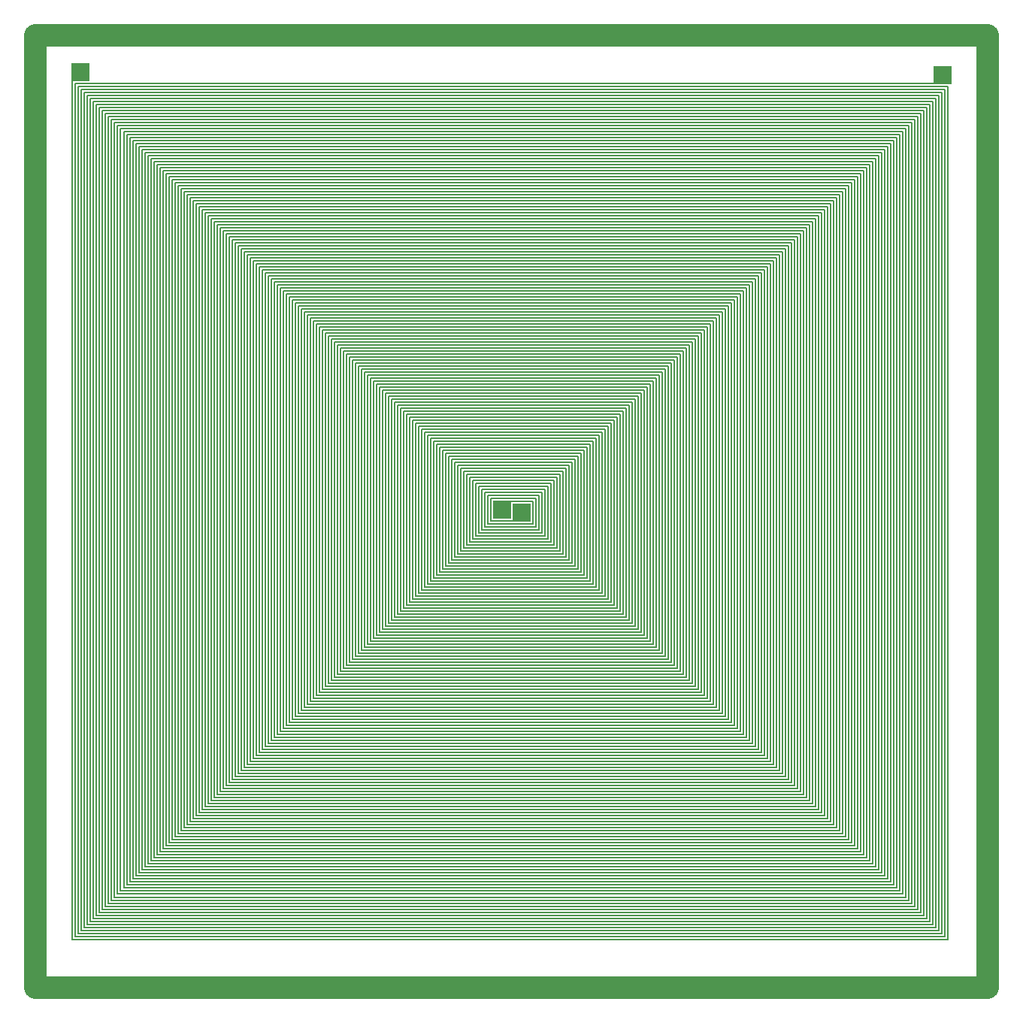
<source format=gbr>
G04 start of page 2 for group 0 idx 0 *
G04 Title: (unknown), component *
G04 Creator: pcb 1.99y *
G04 CreationDate: Mon Mar  9 18:38:32 2009 UTC *
G04 For: dj *
G04 Format: Gerber/RS-274X *
G04 PCB-Dimensions: 432216 432216 *
G04 PCB-Coordinate-Origin: lower left *
%MOIN*%
%FSLAX25Y25*%
%LNFRONT*%
%ADD11C,0.0067*%
%ADD12C,0.1000*%
%ADD13C,0.0200*%
%ADD14C,0.0300*%
G54D11*X204106Y209107D02*X226776D01*
X202772Y207773D02*X228110D01*
X201438Y206439D02*X229444D01*
X226776Y209107D02*Y221776D01*
X228110Y207773D02*Y223110D01*
X229444Y206439D02*Y224444D01*
X230778Y205105D02*Y225778D01*
X232112Y203771D02*Y227112D01*
X233446Y202437D02*Y228446D01*
X200104Y205105D02*X230778D01*
X198770Y203771D02*X232112D01*
X197436Y202437D02*X233446D01*
X196102Y201103D02*X234780D01*
X206774Y211775D02*Y221776D01*
X208108Y220442D02*X225442D01*
X205440Y210441D02*Y223110D01*
X206774Y221776D02*X226776D01*
X206774Y211775D02*X224108D01*
Y219108D01*
X205440Y210441D02*X225442D01*
Y220442D01*
X234780Y201103D02*Y229780D01*
X194768Y199769D02*X236114D01*
Y231114D01*
X193434Y198435D02*X237448D01*
Y232448D01*
X238782Y197101D02*Y233782D01*
X240116Y195767D02*Y235116D01*
X241450Y194433D02*Y236450D01*
X242784Y193099D02*Y237784D01*
X244118Y191765D02*Y239118D01*
X245452Y190431D02*Y240452D01*
X246786Y189097D02*Y241786D01*
X248120Y187763D02*Y243120D01*
X249454Y186429D02*Y244454D01*
X192100Y197101D02*X238782D01*
X190766Y195767D02*X240116D01*
X189432Y194433D02*X241450D01*
X188098Y193099D02*X242784D01*
X186764Y191765D02*X244118D01*
X185430Y190431D02*X245452D01*
X184096Y189097D02*X246786D01*
X182762Y187763D02*X248120D01*
X181428Y186429D02*X249454D01*
X180094Y185095D02*X250788D01*
X178760Y183761D02*X252122D01*
X177426Y182427D02*X253456D01*
X176092Y181093D02*X254790D01*
X174758Y179759D02*X256124D01*
X173424Y178425D02*X257458D01*
X172090Y177091D02*X258792D01*
X170756Y175757D02*X260126D01*
X169422Y174423D02*X261460D01*
X168088Y173089D02*X262794D01*
X166754Y171755D02*X264128D01*
X165420Y170421D02*X265462D01*
X164086Y169087D02*X266796D01*
X162752Y167753D02*X268130D01*
X161418Y166419D02*X269464D01*
X160084Y165085D02*X270798D01*
X158750Y163751D02*X272132D01*
X157416Y162417D02*X273466D01*
X156082Y161083D02*X274800D01*
X154748Y159749D02*X276134D01*
X153414Y158415D02*X277468D01*
X152080Y157081D02*X278802D01*
X150746Y155747D02*X280136D01*
X149412Y154413D02*X281470D01*
X148078Y153079D02*X282804D01*
X146744Y151745D02*X284138D01*
X145410Y150411D02*X285472D01*
X144076Y149077D02*X286806D01*
X142742Y147743D02*X288140D01*
X141408Y146409D02*X289474D01*
X140074Y145075D02*X290808D01*
X138740Y143741D02*X292142D01*
X137406Y142407D02*X293476D01*
X136072Y141073D02*X294810D01*
X134738Y139739D02*X296144D01*
X133404Y138405D02*X297478D01*
X132070Y137071D02*X298812D01*
X130736Y135737D02*X300146D01*
X129402Y134403D02*X301480D01*
X128068Y133069D02*X302814D01*
X250788Y185095D02*Y245788D01*
X252122Y183761D02*Y247122D01*
X253456Y182427D02*Y248456D01*
X254790Y181093D02*Y249790D01*
X256124Y179759D02*Y251124D01*
X257458Y178425D02*Y252458D01*
X258792Y177091D02*Y253792D01*
X260126Y175757D02*Y255126D01*
X261460Y174423D02*Y256460D01*
X262794Y173089D02*Y257794D01*
X264128Y171755D02*Y259128D01*
X265462Y170421D02*Y260462D01*
X266796Y169087D02*Y261796D01*
X268130Y167753D02*Y263130D01*
X269464Y166419D02*Y264464D01*
X270798Y165085D02*Y265798D01*
X272132Y163751D02*Y267132D01*
X273466Y162417D02*Y268466D01*
X274800Y161083D02*Y269800D01*
X276134Y159749D02*Y271134D01*
X277468Y158415D02*Y272468D01*
X278802Y157081D02*Y273802D01*
X280136Y155747D02*Y275136D01*
X281470Y154413D02*Y276470D01*
X282804Y153079D02*Y277804D01*
X284138Y151745D02*Y279138D01*
X285472Y150411D02*Y280472D01*
X286806Y149077D02*Y281806D01*
X288140Y147743D02*Y283140D01*
X289474Y146409D02*Y284474D01*
X290808Y145075D02*Y285808D01*
X292142Y143741D02*Y287142D01*
X293476Y142407D02*Y288476D01*
X294810Y141073D02*Y289810D01*
X296144Y139739D02*Y291144D01*
X297478Y138405D02*Y292478D01*
X298812Y137071D02*Y293812D01*
X300146Y135737D02*Y295146D01*
X301480Y134403D02*Y296480D01*
X197436Y231114D02*X236114D01*
X126734Y131735D02*X304148D01*
X125400Y130401D02*X305482D01*
X124066Y129067D02*X306816D01*
X122732Y127733D02*X308150D01*
X121398Y126399D02*X309484D01*
X120064Y125065D02*X310818D01*
X118730Y123731D02*X312152D01*
X117396Y122397D02*X313486D01*
X116062Y121063D02*X314820D01*
X114728Y119729D02*X316154D01*
X113394Y118395D02*X317488D01*
X112060Y117061D02*X318822D01*
X110726Y115727D02*X320156D01*
X109392Y114393D02*X321490D01*
X108058Y113059D02*X322824D01*
X106724Y111725D02*X324158D01*
X105390Y110391D02*X325492D01*
X104056Y109057D02*X326826D01*
X102722Y107723D02*X328160D01*
X101388Y106389D02*X329494D01*
X100054Y105055D02*X330828D01*
X98720Y103721D02*X332162D01*
X97386Y102387D02*X333496D01*
X96052Y101053D02*X334830D01*
X205440Y223110D02*X228110D01*
X204106Y224444D02*X229444D01*
X202772Y225778D02*X230778D01*
X201438Y227112D02*X232112D01*
X200104Y228446D02*X233446D01*
X198770Y229780D02*X234780D01*
X196102Y232448D02*X237448D01*
X194768Y233782D02*X238782D01*
X193434Y235116D02*X240116D01*
X192100Y236450D02*X241450D01*
X190766Y237784D02*X242784D01*
X189432Y239118D02*X244118D01*
X188098Y240452D02*X245452D01*
X186764Y241786D02*X246786D01*
X185430Y243120D02*X248120D01*
X184096Y244454D02*X249454D01*
X182762Y245788D02*X250788D01*
X181428Y247122D02*X252122D01*
X180094Y248456D02*X253456D01*
X302814Y133069D02*Y297814D01*
X304148Y131735D02*Y299148D01*
X305482Y130401D02*Y300482D01*
X306816Y129067D02*Y301816D01*
X308150Y127733D02*Y303150D01*
X309484Y126399D02*Y304484D01*
X310818Y125065D02*Y305818D01*
X312152Y123731D02*Y307152D01*
X313486Y122397D02*Y308486D01*
X314820Y121063D02*Y309820D01*
X316154Y119729D02*Y311154D01*
X317488Y118395D02*Y312488D01*
X318822Y117061D02*Y313822D01*
X320156Y115727D02*Y315156D01*
X321490Y114393D02*Y316490D01*
X322824Y113059D02*Y317824D01*
X324158Y111725D02*Y319158D01*
X325492Y110391D02*Y320492D01*
X326826Y109057D02*Y321826D01*
X328160Y107723D02*Y323160D01*
X329494Y106389D02*Y324494D01*
X330828Y105055D02*Y325828D01*
X332162Y103721D02*Y327162D01*
X333496Y102387D02*Y328496D01*
X334830Y101053D02*Y329830D01*
X336164Y99719D02*Y331164D01*
X337498Y98385D02*Y332498D01*
X338832Y97051D02*Y333832D01*
X340166Y95717D02*Y335166D01*
X341500Y94383D02*Y336500D01*
X342834Y93049D02*Y337834D01*
X344168Y91715D02*Y339168D01*
X345502Y90381D02*Y340502D01*
X346836Y89047D02*Y341836D01*
X348170Y87713D02*Y343170D01*
X349504Y86379D02*Y344504D01*
X350838Y85045D02*Y345838D01*
X352172Y83711D02*Y347172D01*
X353506Y82377D02*Y348506D01*
X354840Y81043D02*Y349840D01*
X356174Y79709D02*Y351174D01*
X357508Y78375D02*Y352508D01*
X358842Y77041D02*Y353842D01*
X360176Y75707D02*Y355176D01*
X361510Y74373D02*Y356510D01*
X362844Y73039D02*Y357844D01*
X192100Y197101D02*Y236450D01*
X190766Y195767D02*Y237784D01*
X189432Y194433D02*Y239118D01*
X188098Y193099D02*Y240452D01*
X186764Y191765D02*Y241786D01*
X185430Y190431D02*Y243120D01*
X184096Y189097D02*Y244454D01*
X182762Y187763D02*Y245788D01*
X181428Y186429D02*Y247122D01*
X180094Y185095D02*Y248456D01*
X178760Y183761D02*Y249790D01*
X177426Y182427D02*Y251124D01*
X176092Y181093D02*Y252458D01*
X204106Y209107D02*Y224444D01*
X202772Y207773D02*Y225778D01*
X201438Y206439D02*Y227112D01*
X200104Y205105D02*Y228446D01*
X198770Y203771D02*Y229780D01*
X197436Y202437D02*Y231114D01*
X196102Y201103D02*Y232448D01*
X194768Y199769D02*Y233782D01*
X193434Y198435D02*Y235116D01*
X94718Y99719D02*X336164D01*
X93384Y98385D02*X337498D01*
X92050Y97051D02*X338832D01*
X90716Y95717D02*X340166D01*
X89382Y94383D02*X341500D01*
X88048Y93049D02*X342834D01*
X86714Y91715D02*X344168D01*
X85380Y90381D02*X345502D01*
X84046Y89047D02*X346836D01*
X82712Y87713D02*X348170D01*
X81378Y86379D02*X349504D01*
X80044Y85045D02*X350838D01*
X78710Y83711D02*X352172D01*
X77376Y82377D02*X353506D01*
X76042Y81043D02*X354840D01*
X74708Y79709D02*X356174D01*
X73374Y78375D02*X357508D01*
X72040Y77041D02*X358842D01*
X70706Y75707D02*X360176D01*
X69372Y74373D02*X361510D01*
X68038Y73039D02*X362844D01*
X66704Y71705D02*X364178D01*
X65370Y70371D02*X365512D01*
X64036Y69037D02*X366846D01*
X62702Y67703D02*X368180D01*
X61368Y66369D02*X369514D01*
X60034Y65035D02*X370848D01*
X58700Y63701D02*X372182D01*
X57366Y62367D02*X373516D01*
X56032Y61033D02*X374850D01*
X54698Y59699D02*X376184D01*
X53364Y58365D02*X377518D01*
X52030Y57031D02*X378852D01*
X50696Y55697D02*X380186D01*
X49362Y54363D02*X381520D01*
X48028Y53029D02*X382854D01*
X46694Y51695D02*X384188D01*
X45360Y50361D02*X385522D01*
X44026Y49027D02*X386856D01*
X42692Y47693D02*X388190D01*
X41358Y46359D02*X389524D01*
X40024Y45025D02*X390858D01*
X38690Y43691D02*X392192D01*
X174758Y179759D02*Y253792D01*
X173424Y178425D02*Y255126D01*
X172090Y177091D02*Y256460D01*
X170756Y175757D02*Y257794D01*
X169422Y174423D02*Y259128D01*
X168088Y173089D02*Y260462D01*
X166754Y171755D02*Y261796D01*
X165420Y170421D02*Y263130D01*
X164086Y169087D02*Y264464D01*
X162752Y167753D02*Y265798D01*
X161418Y166419D02*Y267132D01*
X160084Y165085D02*Y268466D01*
X158750Y163751D02*Y269800D01*
X157416Y162417D02*Y271134D01*
X156082Y161083D02*Y272468D01*
X154748Y159749D02*Y273802D01*
X153414Y158415D02*Y275136D01*
X152080Y157081D02*Y276470D01*
X150746Y155747D02*Y277804D01*
X149412Y154413D02*Y279138D01*
X148078Y153079D02*Y280472D01*
X146744Y151745D02*Y281806D01*
X145410Y150411D02*Y283140D01*
X144076Y149077D02*Y284474D01*
X142742Y147743D02*Y285808D01*
X141408Y146409D02*Y287142D01*
X140074Y145075D02*Y288476D01*
X138740Y143741D02*Y289810D01*
X137406Y142407D02*Y291144D01*
X136072Y141073D02*Y292478D01*
X134738Y139739D02*Y293812D01*
X133404Y138405D02*Y295146D01*
X132070Y137071D02*Y296480D01*
X130736Y135737D02*Y297814D01*
X129402Y134403D02*Y299148D01*
X128068Y133069D02*Y300482D01*
X126734Y131735D02*Y301816D01*
X125400Y130401D02*Y303150D01*
X124066Y129067D02*Y304484D01*
X122732Y127733D02*Y305818D01*
X121398Y126399D02*Y307152D01*
X120064Y125065D02*Y308486D01*
X118730Y123731D02*Y309820D01*
X117396Y122397D02*Y311154D01*
X116062Y121063D02*Y312488D01*
X114728Y119729D02*Y313822D01*
X113394Y118395D02*Y315156D01*
X112060Y117061D02*Y316490D01*
X110726Y115727D02*Y317824D01*
X109392Y114393D02*Y319158D01*
X108058Y113059D02*Y320492D01*
X106724Y111725D02*Y321826D01*
X105390Y110391D02*Y323160D01*
X104056Y109057D02*Y324494D01*
X102722Y107723D02*Y325828D01*
X101388Y106389D02*Y327162D01*
X100054Y105055D02*Y328496D01*
X98720Y103721D02*Y329830D01*
X97386Y102387D02*Y331164D01*
X96052Y101053D02*Y332498D01*
X94718Y99719D02*Y333832D01*
X93384Y98385D02*Y335166D01*
X92050Y97051D02*Y336500D01*
X90716Y95717D02*Y337834D01*
X89382Y94383D02*Y339168D01*
X88048Y93049D02*Y340502D01*
X86714Y91715D02*Y341836D01*
X85380Y90381D02*Y343170D01*
X84046Y89047D02*Y344504D01*
X82712Y87713D02*Y345838D01*
X81378Y86379D02*Y347172D01*
X80044Y85045D02*Y348506D01*
X78710Y83711D02*Y349840D01*
X77376Y82377D02*Y351174D01*
X76042Y81043D02*Y352508D01*
X74708Y79709D02*Y353842D01*
X73374Y78375D02*Y355176D01*
X72040Y77041D02*Y356510D01*
X70706Y75707D02*Y357844D01*
X69372Y74373D02*Y359178D01*
X68038Y73039D02*Y360512D01*
X66704Y71705D02*Y361846D01*
X65370Y70371D02*Y363180D01*
X64036Y69037D02*Y364514D01*
X62702Y67703D02*Y365848D01*
X61368Y66369D02*Y367182D01*
X60034Y65035D02*Y368516D01*
X58700Y63701D02*Y369850D01*
X57366Y62367D02*Y371184D01*
X56032Y61033D02*Y372518D01*
X54698Y59699D02*Y373852D01*
X53364Y58365D02*Y375186D01*
X52030Y57031D02*Y376520D01*
X50696Y55697D02*Y377854D01*
X49362Y54363D02*Y379188D01*
X48028Y53029D02*Y380522D01*
X46694Y51695D02*Y381856D01*
X45360Y50361D02*Y383190D01*
X44026Y49027D02*Y384524D01*
X42692Y47693D02*Y385858D01*
X41358Y46359D02*Y387192D01*
X40024Y45025D02*Y388526D01*
X38690Y43691D02*Y389860D01*
X148078Y280472D02*X285472D01*
X146744Y281806D02*X286806D01*
X145410Y283140D02*X288140D01*
X144076Y284474D02*X289474D01*
X142742Y285808D02*X290808D01*
X141408Y287142D02*X292142D01*
X140074Y288476D02*X293476D01*
X138740Y289810D02*X294810D01*
X137406Y291144D02*X296144D01*
X136072Y292478D02*X297478D01*
X134738Y293812D02*X298812D01*
X133404Y295146D02*X300146D01*
X132070Y296480D02*X301480D01*
X130736Y297814D02*X302814D01*
X129402Y299148D02*X304148D01*
X128068Y300482D02*X305482D01*
X126734Y301816D02*X306816D01*
X125400Y303150D02*X308150D01*
X124066Y304484D02*X309484D01*
X122732Y305818D02*X310818D01*
X121398Y307152D02*X312152D01*
X120064Y308486D02*X313486D01*
X118730Y309820D02*X314820D01*
X117396Y311154D02*X316154D01*
X116062Y312488D02*X317488D01*
X114728Y313822D02*X318822D01*
X113394Y315156D02*X320156D01*
X112060Y316490D02*X321490D01*
X110726Y317824D02*X322824D01*
X109392Y319158D02*X324158D01*
X108058Y320492D02*X325492D01*
X106724Y321826D02*X326826D01*
X105390Y323160D02*X328160D01*
X104056Y324494D02*X329494D01*
X102722Y325828D02*X330828D01*
X101388Y327162D02*X332162D01*
X100054Y328496D02*X333496D01*
X98720Y329830D02*X334830D01*
X97386Y331164D02*X336164D01*
X96052Y332498D02*X337498D01*
X94718Y333832D02*X338832D01*
X93384Y335166D02*X340166D01*
X92050Y336500D02*X341500D01*
X90716Y337834D02*X342834D01*
X89382Y339168D02*X344168D01*
X88048Y340502D02*X345502D01*
X86714Y341836D02*X346836D01*
X85380Y343170D02*X348170D01*
X84046Y344504D02*X349504D01*
X82712Y345838D02*X350838D01*
X81378Y347172D02*X352172D01*
X80044Y348506D02*X353506D01*
X78710Y349840D02*X354840D01*
X77376Y351174D02*X356174D01*
X76042Y352508D02*X357508D01*
X74708Y353842D02*X358842D01*
X73374Y355176D02*X360176D01*
X72040Y356510D02*X361510D01*
X70706Y357844D02*X362844D01*
X69372Y359178D02*X364178D01*
X68038Y360512D02*X365512D01*
X66704Y361846D02*X366846D01*
X65370Y363180D02*X368180D01*
X64036Y364514D02*X369514D01*
X62702Y365848D02*X370848D01*
X61368Y367182D02*X372182D01*
X60034Y368516D02*X373516D01*
X58700Y369850D02*X374850D01*
X57366Y371184D02*X376184D01*
X56032Y372518D02*X377518D01*
X54698Y373852D02*X378852D01*
X53364Y375186D02*X380186D01*
X52030Y376520D02*X381520D01*
X50696Y377854D02*X382854D01*
X49362Y379188D02*X384188D01*
X48028Y380522D02*X385522D01*
X46694Y381856D02*X386856D01*
X45360Y383190D02*X388190D01*
X44026Y384524D02*X389524D01*
X42692Y385858D02*X390858D01*
X41358Y387192D02*X392192D01*
X40024Y388526D02*X393526D01*
X169422Y259128D02*X264128D01*
X168088Y260462D02*X265462D01*
X166754Y261796D02*X266796D01*
X165420Y263130D02*X268130D01*
X164086Y264464D02*X269464D01*
X162752Y265798D02*X270798D01*
X161418Y267132D02*X272132D01*
X160084Y268466D02*X273466D01*
X158750Y269800D02*X274800D01*
X157416Y271134D02*X276134D01*
X156082Y272468D02*X277468D01*
X154748Y273802D02*X278802D01*
X153414Y275136D02*X280136D01*
X152080Y276470D02*X281470D01*
X150746Y277804D02*X282804D01*
X149412Y279138D02*X284138D01*
X37356Y42357D02*Y391194D01*
X36022Y41023D02*Y392528D01*
X34688Y39689D02*Y393862D01*
X33354Y38355D02*Y395196D01*
X32020Y37021D02*Y396530D01*
X30686Y35687D02*Y397864D01*
X29352Y34353D02*Y399198D01*
X28018Y33019D02*Y400532D01*
X26684Y31685D02*Y401866D01*
X25350Y30351D02*Y403200D01*
X24016Y29017D02*Y404534D01*
X22682Y27683D02*Y405868D01*
X21348Y26349D02*Y407202D01*
G54D12*X5000Y5000D02*Y427216D01*
G54D11*X37356Y42357D02*X393526D01*
X36022Y41023D02*X394860D01*
X34688Y39689D02*X396194D01*
X33354Y38355D02*X397528D01*
X32020Y37021D02*X398862D01*
X30686Y35687D02*X400196D01*
X29352Y34353D02*X401530D01*
X28018Y33019D02*X402864D01*
X26684Y31685D02*X404198D01*
X25350Y30351D02*X405532D01*
X24016Y29017D02*X406866D01*
X22682Y27683D02*X408200D01*
X21348Y26349D02*X409534D01*
G54D12*X5000Y5000D02*X427216D01*
G54D11*X393526Y42357D02*Y388526D01*
X394860Y41023D02*Y389860D01*
X396194Y39689D02*Y391194D01*
X397528Y38355D02*Y392528D01*
X398862Y37021D02*Y393862D01*
X400196Y35687D02*Y395196D01*
X401530Y34353D02*Y396530D01*
X402864Y33019D02*Y397864D01*
X404198Y31685D02*Y399198D01*
X405532Y30351D02*Y400532D01*
X406866Y29017D02*Y401866D01*
X408200Y27683D02*Y403200D01*
X409534Y26349D02*Y404534D01*
G54D12*X427216Y5000D02*Y427216D01*
G54D11*X178760Y249790D02*X254790D01*
X177426Y251124D02*X256124D01*
X176092Y252458D02*X257458D01*
X174758Y253792D02*X258792D01*
X173424Y255126D02*X260126D01*
X172090Y256460D02*X261460D01*
X170756Y257794D02*X262794D01*
X29352Y399198D02*X404198D01*
X28018Y400532D02*X405532D01*
X26684Y401866D02*X406866D01*
X25350Y403200D02*X408200D01*
X24016Y404534D02*X409534D01*
X22682Y405868D02*X410868D01*
G54D12*X5000Y427216D02*X427216D01*
G54D11*X364178Y71705D02*Y359178D01*
X365512Y70371D02*Y360512D01*
X366846Y69037D02*Y361846D01*
X368180Y67703D02*Y363180D01*
X369514Y66369D02*Y364514D01*
X370848Y65035D02*Y365848D01*
X372182Y63701D02*Y367182D01*
X373516Y62367D02*Y368516D01*
X374850Y61033D02*Y369850D01*
X376184Y59699D02*Y371184D01*
X377518Y58365D02*Y372518D01*
X378852Y57031D02*Y373852D01*
X380186Y55697D02*Y375186D01*
X381520Y54363D02*Y376520D01*
X382854Y53029D02*Y377854D01*
X384188Y51695D02*Y379188D01*
X385522Y50361D02*Y380522D01*
X386856Y49027D02*Y381856D01*
X388190Y47693D02*Y383190D01*
X389524Y46359D02*Y384524D01*
X390858Y45025D02*Y385858D01*
X392192Y43691D02*Y387192D01*
X38690Y389860D02*X394860D01*
X37356Y391194D02*X396194D01*
X36022Y392528D02*X397528D01*
X34688Y393862D02*X398862D01*
X33354Y395196D02*X400196D01*
X32020Y396530D02*X401530D01*
X30686Y397864D02*X402864D01*
G54D13*G36*
X207774Y220775D02*Y212775D01*
X215774D01*
Y220775D01*
X207774D01*
G37*
G36*
X216441Y219441D02*Y211441D01*
X224441D01*
Y219441D01*
X216441D01*
G37*
G36*
X21014Y414868D02*Y406868D01*
X29014D01*
Y414868D01*
X21014D01*
G37*
G36*
X403201Y413534D02*Y405534D01*
X411201D01*
Y413534D01*
X403201D01*
G37*
G54D14*M02*

</source>
